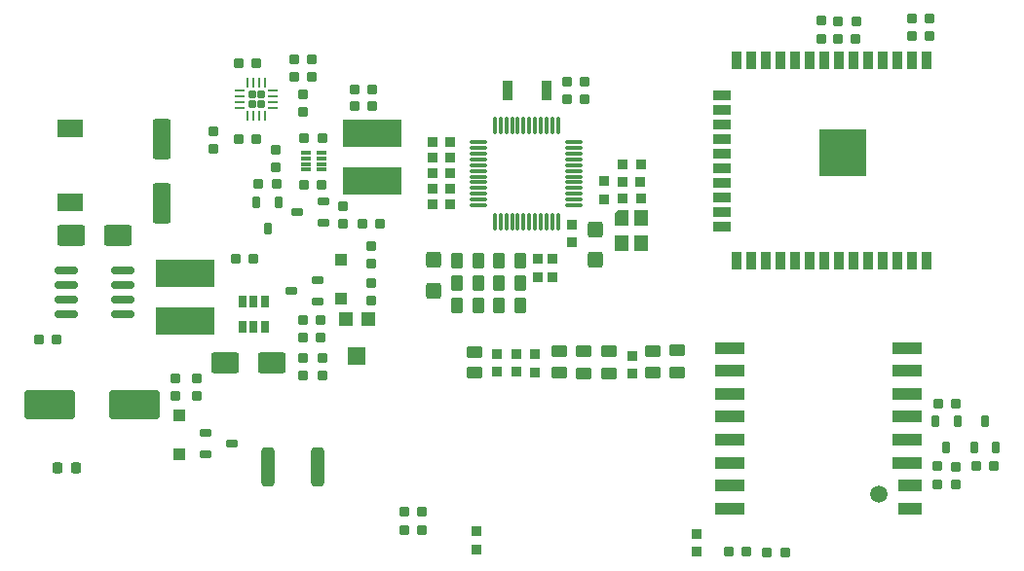
<source format=gbr>
%TF.GenerationSoftware,KiCad,Pcbnew,8.0.6*%
%TF.CreationDate,2025-05-12T11:17:16+07:00*%
%TF.ProjectId,DATN,4441544e-2e6b-4696-9361-645f70636258,rev?*%
%TF.SameCoordinates,Original*%
%TF.FileFunction,Paste,Top*%
%TF.FilePolarity,Positive*%
%FSLAX46Y46*%
G04 Gerber Fmt 4.6, Leading zero omitted, Abs format (unit mm)*
G04 Created by KiCad (PCBNEW 8.0.6) date 2025-05-12 11:17:16*
%MOMM*%
%LPD*%
G01*
G04 APERTURE LIST*
G04 Aperture macros list*
%AMRoundRect*
0 Rectangle with rounded corners*
0 $1 Rounding radius*
0 $2 $3 $4 $5 $6 $7 $8 $9 X,Y pos of 4 corners*
0 Add a 4 corners polygon primitive as box body*
4,1,4,$2,$3,$4,$5,$6,$7,$8,$9,$2,$3,0*
0 Add four circle primitives for the rounded corners*
1,1,$1+$1,$2,$3*
1,1,$1+$1,$4,$5*
1,1,$1+$1,$6,$7*
1,1,$1+$1,$8,$9*
0 Add four rect primitives between the rounded corners*
20,1,$1+$1,$2,$3,$4,$5,0*
20,1,$1+$1,$4,$5,$6,$7,0*
20,1,$1+$1,$6,$7,$8,$9,0*
20,1,$1+$1,$8,$9,$2,$3,0*%
%AMFreePoly0*
4,1,18,-0.700000,0.540000,-0.695433,0.562961,-0.682426,0.582426,-0.662961,0.595433,-0.640000,0.600000,0.640000,0.600000,0.662961,0.595433,0.682426,0.582426,0.695433,0.562961,0.700000,0.540000,0.700000,-0.540000,0.695433,-0.562961,0.682426,-0.582426,0.662961,-0.595433,0.640000,-0.600000,-0.400000,-0.600000,-0.700000,-0.300000,-0.700000,0.540000,-0.700000,0.540000,$1*%
G04 Aperture macros list end*
%ADD10R,1.200000X1.200000*%
%ADD11R,1.600000X1.500000*%
%ADD12RoundRect,0.150000X-0.350000X-0.525000X0.350000X-0.525000X0.350000X0.525000X-0.350000X0.525000X0*%
%ADD13RoundRect,0.127500X0.297500X0.322500X-0.297500X0.322500X-0.297500X-0.322500X0.297500X-0.322500X0*%
%ADD14RoundRect,0.127500X-0.322500X0.297500X-0.322500X-0.297500X0.322500X-0.297500X0.322500X0.297500X0*%
%ADD15RoundRect,0.090000X-0.410000X-0.210000X0.410000X-0.210000X0.410000X0.210000X-0.410000X0.210000X0*%
%ADD16RoundRect,0.150000X0.525000X-0.350000X0.525000X0.350000X-0.525000X0.350000X-0.525000X-0.350000X0*%
%ADD17RoundRect,0.127500X-0.297500X-0.322500X0.297500X-0.322500X0.297500X0.322500X-0.297500X0.322500X0*%
%ADD18RoundRect,0.085000X0.365000X-0.340000X0.365000X0.340000X-0.365000X0.340000X-0.365000X-0.340000X0*%
%ADD19RoundRect,0.085000X-0.340000X-0.365000X0.340000X-0.365000X0.340000X0.365000X-0.340000X0.365000X0*%
%ADD20RoundRect,0.127500X0.322500X-0.297500X0.322500X0.297500X-0.322500X0.297500X-0.322500X-0.297500X0*%
%ADD21RoundRect,0.172500X-0.172500X0.172500X-0.172500X-0.172500X0.172500X-0.172500X0.172500X0.172500X0*%
%ADD22RoundRect,0.062500X-0.062500X0.375000X-0.062500X-0.375000X0.062500X-0.375000X0.062500X0.375000X0*%
%ADD23RoundRect,0.062500X-0.375000X0.062500X-0.375000X-0.062500X0.375000X-0.062500X0.375000X0.062500X0*%
%ADD24RoundRect,0.150000X0.350000X0.525000X-0.350000X0.525000X-0.350000X-0.525000X0.350000X-0.525000X0*%
%ADD25R,0.650000X1.060000*%
%ADD26RoundRect,0.218750X0.218750X0.256250X-0.218750X0.256250X-0.218750X-0.256250X0.218750X-0.256250X0*%
%ADD27R,2.000000X1.100000*%
%ADD28R,2.600000X1.100000*%
%ADD29C,1.500000*%
%ADD30RoundRect,0.085000X0.340000X0.365000X-0.340000X0.365000X-0.340000X-0.365000X0.340000X-0.365000X0*%
%ADD31RoundRect,0.085000X-0.365000X0.340000X-0.365000X-0.340000X0.365000X-0.340000X0.365000X0.340000X0*%
%ADD32FreePoly0,270.000000*%
%ADD33RoundRect,0.060000X-0.540000X0.640000X-0.540000X-0.640000X0.540000X-0.640000X0.540000X0.640000X0*%
%ADD34R,0.900000X1.700000*%
%ADD35RoundRect,0.275000X0.275000X-0.275000X0.275000X0.275000X-0.275000X0.275000X-0.275000X-0.275000X0*%
%ADD36RoundRect,0.090000X0.410000X0.210000X-0.410000X0.210000X-0.410000X-0.210000X0.410000X-0.210000X0*%
%ADD37RoundRect,0.250000X-0.425000X0.450000X-0.425000X-0.450000X0.425000X-0.450000X0.425000X0.450000X0*%
%ADD38R,2.200000X1.500000*%
%ADD39RoundRect,0.180000X-1.020000X-0.720000X1.020000X-0.720000X1.020000X0.720000X-1.020000X0.720000X0*%
%ADD40R,5.100000X2.350000*%
%ADD41RoundRect,0.150000X-0.825000X-0.150000X0.825000X-0.150000X0.825000X0.150000X-0.825000X0.150000X0*%
%ADD42RoundRect,0.250000X-0.550000X1.500000X-0.550000X-1.500000X0.550000X-1.500000X0.550000X1.500000X0*%
%ADD43R,0.900000X1.500000*%
%ADD44R,1.500000X0.900000*%
%ADD45R,4.100000X4.100000*%
%ADD46RoundRect,0.150000X-0.525000X0.350000X-0.525000X-0.350000X0.525000X-0.350000X0.525000X0.350000X0*%
%ADD47RoundRect,0.250000X-1.950000X-1.000000X1.950000X-1.000000X1.950000X1.000000X-1.950000X1.000000X0*%
%ADD48RoundRect,0.090000X-0.210000X0.410000X-0.210000X-0.410000X0.210000X-0.410000X0.210000X0.410000X0*%
%ADD49RoundRect,0.250000X-0.312500X-1.450000X0.312500X-1.450000X0.312500X1.450000X-0.312500X1.450000X0*%
%ADD50RoundRect,0.250000X0.450000X-0.262500X0.450000X0.262500X-0.450000X0.262500X-0.450000X-0.262500X0*%
%ADD51RoundRect,0.075000X-0.662500X-0.075000X0.662500X-0.075000X0.662500X0.075000X-0.662500X0.075000X0*%
%ADD52RoundRect,0.075000X-0.075000X-0.662500X0.075000X-0.662500X0.075000X0.662500X-0.075000X0.662500X0*%
%ADD53RoundRect,0.090000X0.210000X-0.410000X0.210000X0.410000X-0.210000X0.410000X-0.210000X-0.410000X0*%
%ADD54RoundRect,0.008100X-0.421900X-0.126900X0.421900X-0.126900X0.421900X0.126900X-0.421900X0.126900X0*%
%ADD55RoundRect,0.180000X1.020000X0.720000X-1.020000X0.720000X-1.020000X-0.720000X1.020000X-0.720000X0*%
G04 APERTURE END LIST*
D10*
%TO.C,RV2*%
X102312500Y-89570000D03*
D11*
X101312500Y-92820000D03*
D10*
X100312500Y-89570000D03*
%TD*%
D12*
%TO.C,C46*%
X109970000Y-84500000D03*
X111870000Y-84500000D03*
%TD*%
D13*
%TO.C,R16*%
X96625000Y-89700000D03*
X98175000Y-89700000D03*
%TD*%
D14*
%TO.C,R1*%
X102562500Y-88000000D03*
X102562500Y-86450000D03*
%TD*%
D15*
%TO.C,Q2*%
X88200000Y-99495000D03*
X88200000Y-101395000D03*
X90475000Y-100445000D03*
%TD*%
D16*
%TO.C,R51*%
X118875000Y-94275000D03*
X118875000Y-92375000D03*
%TD*%
D17*
%TO.C,R4*%
X98237500Y-77900000D03*
X96687500Y-77900000D03*
%TD*%
D18*
%TO.C,C41*%
X117000000Y-85925000D03*
X117000000Y-84375000D03*
%TD*%
D13*
%TO.C,C8*%
X91050000Y-67325000D03*
X92600000Y-67325000D03*
%TD*%
D19*
%TO.C,R45*%
X107887500Y-75525000D03*
X109437500Y-75525000D03*
%TD*%
D20*
%TO.C,R10*%
X141645000Y-63635000D03*
X141645000Y-65185000D03*
%TD*%
D13*
%TO.C,C10*%
X101125000Y-69590000D03*
X102675000Y-69590000D03*
%TD*%
D21*
%TO.C,U2*%
X92987500Y-70050000D03*
X92187500Y-70050000D03*
X92987500Y-70850000D03*
X92187500Y-70850000D03*
D22*
X93337500Y-69012500D03*
X92837500Y-69012500D03*
X92337500Y-69012500D03*
X91837500Y-69012500D03*
D23*
X91150000Y-69700000D03*
X91150000Y-70200000D03*
X91150000Y-70700000D03*
X91150000Y-71200000D03*
D22*
X91837500Y-71887500D03*
X92337500Y-71887500D03*
X92837500Y-71887500D03*
X93337500Y-71887500D03*
D23*
X94025000Y-71200000D03*
X94025000Y-70700000D03*
X94025000Y-70200000D03*
X94025000Y-69700000D03*
%TD*%
D12*
%TO.C,C48*%
X109970000Y-88400000D03*
X111870000Y-88400000D03*
%TD*%
D13*
%TO.C,R8*%
X92750000Y-77800000D03*
X94300000Y-77800000D03*
%TD*%
D24*
%TO.C,C49*%
X115520000Y-88400000D03*
X113620000Y-88400000D03*
%TD*%
D25*
%TO.C,U3*%
X91387500Y-90245000D03*
X92337500Y-90245000D03*
X93287500Y-90245000D03*
X93287500Y-88045000D03*
X92337500Y-88045000D03*
X91387500Y-88045000D03*
%TD*%
D17*
%TO.C,R17*%
X121120000Y-70480000D03*
X119570000Y-70480000D03*
%TD*%
D26*
%TO.C,L1*%
X76875000Y-102575000D03*
X75300000Y-102575000D03*
%TD*%
D27*
%TO.C,U7*%
X149400000Y-106100000D03*
X149400000Y-104100000D03*
D28*
X149100000Y-102100000D03*
X149100000Y-100100000D03*
X149100000Y-98100000D03*
X149100000Y-96100000D03*
X149100000Y-94100000D03*
X149100000Y-92100000D03*
X133700000Y-92100000D03*
X133700000Y-94100000D03*
X133700000Y-96100000D03*
X133700000Y-98100000D03*
X133700000Y-100100000D03*
X133700000Y-102100000D03*
X133700000Y-104100000D03*
X133700000Y-106100000D03*
D29*
X146700000Y-104800000D03*
%TD*%
D30*
%TO.C,R56*%
X109437500Y-79600000D03*
X107887500Y-79600000D03*
%TD*%
D31*
%TO.C,C39*%
X125225000Y-92800000D03*
X125225000Y-94350000D03*
%TD*%
D32*
%TO.C,Y1*%
X124287500Y-80825000D03*
D33*
X124287500Y-83025000D03*
X125987500Y-83025000D03*
X125987500Y-80825000D03*
%TD*%
D13*
%TO.C,R24*%
X151793020Y-96955520D03*
X153343020Y-96955520D03*
%TD*%
D16*
%TO.C,R54*%
X123250000Y-94300000D03*
X123250000Y-92400000D03*
%TD*%
D34*
%TO.C,SW2*%
X114390000Y-69670000D03*
X117790000Y-69670000D03*
%TD*%
D35*
%TO.C,Z1*%
X99922500Y-84445000D03*
X99922500Y-87845000D03*
%TD*%
D13*
%TO.C,R5*%
X96737500Y-73850000D03*
X98287500Y-73850000D03*
%TD*%
D36*
%TO.C,Q3*%
X98412500Y-81250000D03*
X98412500Y-79350000D03*
X96137500Y-80300000D03*
%TD*%
D20*
%TO.C,C15*%
X96600000Y-70025000D03*
X96600000Y-71575000D03*
%TD*%
D24*
%TO.C,C45*%
X115520000Y-84500000D03*
X113620000Y-84500000D03*
%TD*%
D16*
%TO.C,R55*%
X127060000Y-94270000D03*
X127060000Y-92370000D03*
%TD*%
D37*
%TO.C,C52*%
X107950000Y-84442500D03*
X107950000Y-87142500D03*
%TD*%
D38*
%TO.C,L4*%
X76412500Y-79400000D03*
X76412500Y-73000000D03*
%TD*%
D20*
%TO.C,C23*%
X151718020Y-102426520D03*
X151718020Y-103976520D03*
%TD*%
D18*
%TO.C,R46*%
X130865000Y-109825000D03*
X130865000Y-108275000D03*
%TD*%
D39*
%TO.C,D3*%
X80537500Y-82320000D03*
X76487500Y-82320000D03*
%TD*%
D18*
%TO.C,R48*%
X113487500Y-94200000D03*
X113487500Y-92650000D03*
%TD*%
D13*
%TO.C,C18*%
X119575000Y-68920000D03*
X121125000Y-68920000D03*
%TD*%
D30*
%TO.C,C30*%
X125962500Y-79075000D03*
X124412500Y-79075000D03*
%TD*%
D17*
%TO.C,C7*%
X75200000Y-91400000D03*
X73650000Y-91400000D03*
%TD*%
D31*
%TO.C,R36*%
X122812500Y-77600000D03*
X122812500Y-79150000D03*
%TD*%
D13*
%TO.C,R18*%
X133593020Y-109818020D03*
X135143020Y-109818020D03*
%TD*%
D40*
%TO.C,L3*%
X102660000Y-77595000D03*
X102660000Y-73445000D03*
%TD*%
D30*
%TO.C,R38*%
X109437500Y-74200000D03*
X107887500Y-74200000D03*
%TD*%
D19*
%TO.C,R37*%
X124387500Y-77650000D03*
X125937500Y-77650000D03*
%TD*%
D14*
%TO.C,C12*%
X98300000Y-94500000D03*
X98300000Y-92950000D03*
%TD*%
D18*
%TO.C,R50*%
X115137500Y-94200000D03*
X115137500Y-92650000D03*
%TD*%
D13*
%TO.C,C19*%
X136968020Y-109893020D03*
X138518020Y-109893020D03*
%TD*%
D35*
%TO.C,Z2*%
X85872500Y-97965000D03*
X85872500Y-101365000D03*
%TD*%
D41*
%TO.C,U4*%
X76012500Y-85345000D03*
X76012500Y-86615000D03*
X76012500Y-87885000D03*
X76012500Y-89155000D03*
X80962500Y-89155000D03*
X80962500Y-87885000D03*
X80962500Y-86615000D03*
X80962500Y-85345000D03*
%TD*%
D18*
%TO.C,R47*%
X111680000Y-109625000D03*
X111680000Y-108075000D03*
%TD*%
D42*
%TO.C,C14*%
X84387500Y-73900000D03*
X84387500Y-79500000D03*
%TD*%
D13*
%TO.C,C17*%
X149552400Y-64960000D03*
X151102400Y-64960000D03*
%TD*%
%TO.C,R23*%
X155093020Y-102355520D03*
X156643020Y-102355520D03*
%TD*%
D14*
%TO.C,C1*%
X94280000Y-76395000D03*
X94280000Y-74845000D03*
%TD*%
D13*
%TO.C,R12*%
X95825000Y-67000000D03*
X97375000Y-67000000D03*
%TD*%
D14*
%TO.C,R13*%
X105425000Y-107950000D03*
X105425000Y-106400000D03*
%TD*%
D24*
%TO.C,C50*%
X115510000Y-86440000D03*
X113610000Y-86440000D03*
%TD*%
D17*
%TO.C,C6*%
X144670000Y-65180000D03*
X143120000Y-65180000D03*
%TD*%
D37*
%TO.C,C51*%
X122012500Y-81775000D03*
X122012500Y-84475000D03*
%TD*%
D12*
%TO.C,C47*%
X109990000Y-86440000D03*
X111890000Y-86440000D03*
%TD*%
D36*
%TO.C,Q1*%
X97887500Y-88075000D03*
X97887500Y-86175000D03*
X95612500Y-87125000D03*
%TD*%
D43*
%TO.C,U5*%
X150830000Y-67060000D03*
X149560000Y-67060000D03*
X148290000Y-67060000D03*
X147020000Y-67060000D03*
X145750000Y-67060000D03*
X144480000Y-67060000D03*
X143210000Y-67060000D03*
X141940000Y-67060000D03*
X140670000Y-67060000D03*
X139400000Y-67060000D03*
X138130000Y-67060000D03*
X136860000Y-67060000D03*
X135590000Y-67060000D03*
X134320000Y-67060000D03*
D44*
X133070000Y-70090000D03*
X133070000Y-71360000D03*
X133070000Y-72630000D03*
X133070000Y-73900000D03*
X133070000Y-75170000D03*
X133070000Y-76440000D03*
X133070000Y-77710000D03*
X133070000Y-78980000D03*
X133070000Y-80250000D03*
X133070000Y-81520000D03*
D43*
X134320000Y-84560000D03*
X135590000Y-84560000D03*
X136860000Y-84560000D03*
X138130000Y-84560000D03*
X139400000Y-84560000D03*
X140670000Y-84560000D03*
X141940000Y-84560000D03*
X143210000Y-84560000D03*
X144480000Y-84560000D03*
X145750000Y-84560000D03*
X147020000Y-84560000D03*
X148290000Y-84560000D03*
X149560000Y-84560000D03*
X150830000Y-84560000D03*
D45*
X143490000Y-75130000D03*
%TD*%
D46*
%TO.C,C38*%
X129130000Y-92350000D03*
X129130000Y-94250000D03*
%TD*%
D47*
%TO.C,C5*%
X74612500Y-97020000D03*
X82012500Y-97020000D03*
%TD*%
D48*
%TO.C,Q6*%
X153493020Y-98518020D03*
X151593020Y-98518020D03*
X152543020Y-100793020D03*
%TD*%
D14*
%TO.C,R14*%
X106925000Y-107950000D03*
X106925000Y-106400000D03*
%TD*%
D49*
%TO.C,F1*%
X93600000Y-102475000D03*
X97875000Y-102475000D03*
%TD*%
D31*
%TO.C,C31*%
X119960000Y-81385000D03*
X119960000Y-82935000D03*
%TD*%
D13*
%TO.C,C13*%
X101125000Y-71090000D03*
X102675000Y-71090000D03*
%TD*%
D50*
%TO.C,FB1*%
X111487500Y-94262500D03*
X111487500Y-92437500D03*
%TD*%
D19*
%TO.C,C29*%
X124412500Y-76175000D03*
X125962500Y-76175000D03*
%TD*%
D18*
%TO.C,C34*%
X116787500Y-94225000D03*
X116787500Y-92675000D03*
%TD*%
D14*
%TO.C,R7*%
X100070000Y-81325000D03*
X100070000Y-79775000D03*
%TD*%
D17*
%TO.C,R6*%
X103305000Y-81320000D03*
X101755000Y-81320000D03*
%TD*%
D14*
%TO.C,C3*%
X88862500Y-74780000D03*
X88862500Y-73230000D03*
%TD*%
D51*
%TO.C,U12*%
X111875000Y-74200000D03*
X111875000Y-74700000D03*
X111875000Y-75200000D03*
X111875000Y-75700000D03*
X111875000Y-76200000D03*
X111875000Y-76700000D03*
X111875000Y-77200000D03*
X111875000Y-77700000D03*
X111875000Y-78200000D03*
X111875000Y-78700000D03*
X111875000Y-79200000D03*
X111875000Y-79700000D03*
D52*
X113287500Y-81112500D03*
X113787500Y-81112500D03*
X114287500Y-81112500D03*
X114787500Y-81112500D03*
X115287500Y-81112500D03*
X115787500Y-81112500D03*
X116287500Y-81112500D03*
X116787500Y-81112500D03*
X117287500Y-81112500D03*
X117787500Y-81112500D03*
X118287500Y-81112500D03*
X118787500Y-81112500D03*
D51*
X120200000Y-79700000D03*
X120200000Y-79200000D03*
X120200000Y-78700000D03*
X120200000Y-78200000D03*
X120200000Y-77700000D03*
X120200000Y-77200000D03*
X120200000Y-76700000D03*
X120200000Y-76200000D03*
X120200000Y-75700000D03*
X120200000Y-75200000D03*
X120200000Y-74700000D03*
X120200000Y-74200000D03*
D52*
X118787500Y-72787500D03*
X118287500Y-72787500D03*
X117787500Y-72787500D03*
X117287500Y-72787500D03*
X116787500Y-72787500D03*
X116287500Y-72787500D03*
X115787500Y-72787500D03*
X115287500Y-72787500D03*
X114787500Y-72787500D03*
X114287500Y-72787500D03*
X113787500Y-72787500D03*
X113287500Y-72787500D03*
%TD*%
D46*
%TO.C,C35*%
X121025000Y-92400000D03*
X121025000Y-94300000D03*
%TD*%
D19*
%TO.C,R53*%
X107887500Y-76875000D03*
X109437500Y-76875000D03*
%TD*%
D18*
%TO.C,C40*%
X118340000Y-85925000D03*
X118340000Y-84375000D03*
%TD*%
D20*
%TO.C,C21*%
X153343020Y-102430520D03*
X153343020Y-103980520D03*
%TD*%
D14*
%TO.C,R3*%
X87387500Y-96295000D03*
X87387500Y-94745000D03*
%TD*%
%TO.C,C2*%
X85537500Y-96320000D03*
X85537500Y-94770000D03*
%TD*%
D13*
%TO.C,R9*%
X95825000Y-68525000D03*
X97375000Y-68525000D03*
%TD*%
%TO.C,C4*%
X90765000Y-84380000D03*
X92315000Y-84380000D03*
%TD*%
%TO.C,C11*%
X91025000Y-73900000D03*
X92575000Y-73900000D03*
%TD*%
D30*
%TO.C,R52*%
X109437500Y-78225000D03*
X107887500Y-78225000D03*
%TD*%
D40*
%TO.C,L2*%
X86412500Y-85595000D03*
X86412500Y-89745000D03*
%TD*%
D13*
%TO.C,R11*%
X143124200Y-63650000D03*
X144674200Y-63650000D03*
%TD*%
%TO.C,C16*%
X149540000Y-63410000D03*
X151090000Y-63410000D03*
%TD*%
D14*
%TO.C,R2*%
X102587500Y-84800000D03*
X102587500Y-83250000D03*
%TD*%
D53*
%TO.C,Q5*%
X154943020Y-100780520D03*
X156843020Y-100780520D03*
X155893020Y-98505520D03*
%TD*%
D17*
%TO.C,R15*%
X98175000Y-91200000D03*
X96625000Y-91200000D03*
%TD*%
D54*
%TO.C,U1*%
X96887500Y-75100000D03*
X96887500Y-75600000D03*
X96887500Y-76100000D03*
X96887500Y-76600000D03*
X98257500Y-76600000D03*
X98257500Y-76100000D03*
X98257500Y-75600000D03*
X98257500Y-75100000D03*
%TD*%
D48*
%TO.C,Q4*%
X94487500Y-79462500D03*
X92587500Y-79462500D03*
X93537500Y-81737500D03*
%TD*%
D14*
%TO.C,C9*%
X96600000Y-94500000D03*
X96600000Y-92950000D03*
%TD*%
D55*
%TO.C,D2*%
X89825000Y-93420000D03*
X93875000Y-93420000D03*
%TD*%
M02*

</source>
